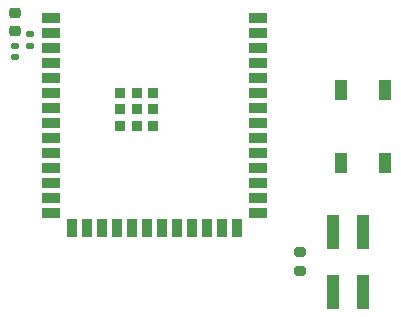
<source format=gbr>
%TF.GenerationSoftware,KiCad,Pcbnew,7.0.8*%
%TF.CreationDate,2023-10-28T23:27:17-04:00*%
%TF.ProjectId,AmazonBasicsSecureFrontend,416d617a-6f6e-4426-9173-696373536563,rev?*%
%TF.SameCoordinates,Original*%
%TF.FileFunction,Paste,Top*%
%TF.FilePolarity,Positive*%
%FSLAX46Y46*%
G04 Gerber Fmt 4.6, Leading zero omitted, Abs format (unit mm)*
G04 Created by KiCad (PCBNEW 7.0.8) date 2023-10-28 23:27:17*
%MOMM*%
%LPD*%
G01*
G04 APERTURE LIST*
G04 Aperture macros list*
%AMRoundRect*
0 Rectangle with rounded corners*
0 $1 Rounding radius*
0 $2 $3 $4 $5 $6 $7 $8 $9 X,Y pos of 4 corners*
0 Add a 4 corners polygon primitive as box body*
4,1,4,$2,$3,$4,$5,$6,$7,$8,$9,$2,$3,0*
0 Add four circle primitives for the rounded corners*
1,1,$1+$1,$2,$3*
1,1,$1+$1,$4,$5*
1,1,$1+$1,$6,$7*
1,1,$1+$1,$8,$9*
0 Add four rect primitives between the rounded corners*
20,1,$1+$1,$2,$3,$4,$5,0*
20,1,$1+$1,$4,$5,$6,$7,0*
20,1,$1+$1,$6,$7,$8,$9,0*
20,1,$1+$1,$8,$9,$2,$3,0*%
G04 Aperture macros list end*
%ADD10R,1.000000X3.000000*%
%ADD11RoundRect,0.225000X0.250000X-0.225000X0.250000X0.225000X-0.250000X0.225000X-0.250000X-0.225000X0*%
%ADD12RoundRect,0.140000X-0.170000X0.140000X-0.170000X-0.140000X0.170000X-0.140000X0.170000X0.140000X0*%
%ADD13RoundRect,0.200000X-0.275000X0.200000X-0.275000X-0.200000X0.275000X-0.200000X0.275000X0.200000X0*%
%ADD14R,0.900000X0.900000*%
%ADD15R,1.500000X0.900000*%
%ADD16R,0.900000X1.500000*%
%ADD17RoundRect,0.135000X0.185000X-0.135000X0.185000X0.135000X-0.185000X0.135000X-0.185000X-0.135000X0*%
%ADD18R,1.100000X1.800000*%
G04 APERTURE END LIST*
D10*
%TO.C,REF\u002A\u002A*%
X135870000Y-111506000D03*
X135870000Y-106466000D03*
X133330000Y-111506000D03*
X133330000Y-106466000D03*
%TD*%
D11*
%TO.C,REF\u002A\u002A*%
X106426000Y-89421000D03*
X106426000Y-87871000D03*
%TD*%
D12*
%TO.C,C1*%
X106426000Y-90706000D03*
X106426000Y-91666000D03*
%TD*%
D13*
%TO.C,R2*%
X130556000Y-108141000D03*
X130556000Y-109791000D03*
%TD*%
D14*
%TO.C,U1*%
X115310000Y-94674000D03*
X115310000Y-96074000D03*
X115310000Y-97474000D03*
X116710000Y-94674000D03*
X116710000Y-96074000D03*
X116710000Y-97474000D03*
X118110000Y-94674000D03*
X118110000Y-96074000D03*
X118110000Y-97474000D03*
D15*
X109460000Y-88354000D03*
X109460000Y-89624000D03*
X109460000Y-90894000D03*
X109460000Y-92164000D03*
X109460000Y-93434000D03*
X109460000Y-94704000D03*
X109460000Y-95974000D03*
X109460000Y-97244000D03*
X109460000Y-98514000D03*
X109460000Y-99784000D03*
X109460000Y-101054000D03*
X109460000Y-102324000D03*
X109460000Y-103594000D03*
X109460000Y-104864000D03*
D16*
X111225000Y-106114000D03*
X112495000Y-106114000D03*
X113765000Y-106114000D03*
X115035000Y-106114000D03*
X116305000Y-106114000D03*
X117575000Y-106114000D03*
X118845000Y-106114000D03*
X120115000Y-106114000D03*
X121385000Y-106114000D03*
X122655000Y-106114000D03*
X123925000Y-106114000D03*
X125195000Y-106114000D03*
D15*
X126960000Y-104864000D03*
X126960000Y-103594000D03*
X126960000Y-102324000D03*
X126960000Y-101054000D03*
X126960000Y-99784000D03*
X126960000Y-98514000D03*
X126960000Y-97244000D03*
X126960000Y-95974000D03*
X126960000Y-94704000D03*
X126960000Y-93434000D03*
X126960000Y-92164000D03*
X126960000Y-90894000D03*
X126960000Y-89624000D03*
X126960000Y-88354000D03*
%TD*%
D17*
%TO.C,R1*%
X107696000Y-90680000D03*
X107696000Y-89660000D03*
%TD*%
D18*
%TO.C,SW2*%
X134040000Y-100636000D03*
X134040000Y-94436000D03*
X137740000Y-100636000D03*
X137740000Y-94436000D03*
%TD*%
M02*

</source>
